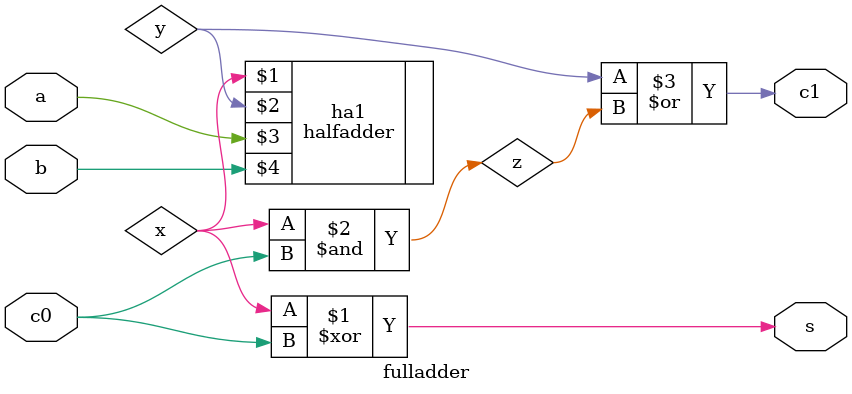
<source format=v>
`timescale 1ns / 1ps
module fulladder(s,c1,a,b,c0);
		input a,b,c0;
		output s,c1;
		wire x,y,z;
		halfadder ha1(x,y,a,b);
		xor u2(s,x,c0);
		and u3(z,x,c0);
		or u4 (c1,y,z);
endmodule

</source>
